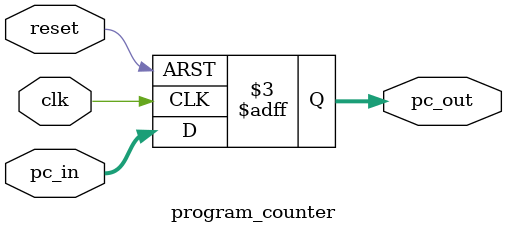
<source format=v>
`timescale 1ps/1ps
module program_counter(clk, reset, pc_out, pc_in);
  
parameter d_width = 12;

input                     reset;
input                     clk;
input  [d_width-1:0]      pc_in;


output [d_width-1:0]      pc_out;
   
reg    [d_width-1:0]      pc_out;

always@(posedge clk or negedge reset)
begin
      if(reset != 1)
      begin
      pc_out <= 0;
      end
      
      else
		begin
      pc_out <= pc_in;
      end
      $display("PC: %d", pc_out);
end
endmodule


</source>
